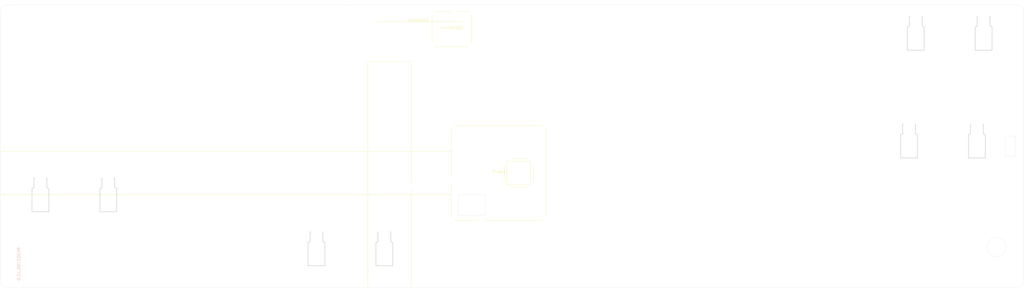
<source format=kicad_pcb>
(kicad_pcb (version 20241229) (generator "pcbnew") (generator_version "9.0")
  (layers (0 "F.Cu" signal) (2 "B.Cu" signal) (13 "F.Paste" user) (15 "B.Paste" user) (5 "F.SilkS" user "F.Silkscreen") (7 "B.SilkS" user "B.Silkscreen") (1 "F.Mask" user) (3 "B.Mask" user) (25 "Edge.Cuts" user))
  (net 0 "")
  (footprint "kbd_Hole:m2_Screw_Hole" (layer "F.Cu") (at 90.4875 95.25)
    (property "Reference" "Ref**")
    (property "Value" "Val**")
    (pad "" np_thru_hole circle (at 0 0) (size 2.2 2.2) (drill 2.2) (layers "*.Cu" "*.Mask"))
  )
  (footprint "kbd_Hole:m2_Screw_Hole" (layer "F.Cu") (at 209.55 95.25)
    (property "Reference" "Ref**" (hide yes))
    (property "Value" "Picot3R" (hide yes))
    (pad "" np_thru_hole circle (at 0 0) (size 2.2 2.2) (drill 2.2) (layers "*.Cu" "*.Mask"))
  )
  (footprint "kbd_Hole:m2_Screw_Hole" (layer "F.Cu") (at 376.2375 190.5)
    (property "Reference" "Ref**")
    (property "Value" "Val**")
    (pad "" np_thru_hole circle (at 0 0) (size 2.2 2.2) (drill 2.2) (layers "*.Cu" "*.Mask"))
  )
  (footprint "Rikkodo_FootPrint:rkd_unified_sq_BTM" (layer "F.Cu") (at 176.35625 101.5)
    (property "Reference" "UnifiedSQ2" (at 0 -0.5 0) (layer "F.SilkS") (effects (font (thickness 0.1))))
    (property "Value" "rkd_unified_sq_BTM" (hide yes))
    (fp_line (start -7 -6.25) (end -7 6.25) (stroke (width 0.1)) (layer "F.SilkS"))
    (fp_line (start -7 -6.25) (end 7 -6.25) (stroke (width 0.1)) (layer "F.SilkS"))
    (fp_line (start -7 6.25) (end 7 6.25) (stroke (width 0.1)) (layer "F.SilkS"))
    (fp_line (start 7 -6.25) (end 7 6.25) (stroke (width 0.1)) (layer "F.SilkS"))
    (pad "" np_thru_hole circle (at -7 -6.25) (size 2.2 2.2) (drill 2.2) (layers "*.Cu" "*.Mask"))
    (pad "" np_thru_hole circle (at -7 6.25) (size 2.2 2.2) (drill 2.2) (layers "*.Cu" "*.Mask"))
    (pad "" np_thru_hole circle (at 7 -6.25) (size 2.2 2.2) (drill 2.2) (layers "*.Cu" "*.Mask"))
    (pad "" np_thru_hole circle (at 7 6.25) (size 2.2 2.2) (drill 2.2) (layers "*.Cu" "*.Mask"))
  )
  (footprint "kbd_Hole:m2_Screw_Hole" (layer "F.Cu") (at 140.49375 95.25)
    (property "Reference" "Ref**" (hide yes))
    (property "Value" "")
    (pad "" np_thru_hole circle (at 0 0) (size 2.2 2.2) (drill 2.2) (layers "*.Cu" "*.Mask"))
  )
  (footprint "Rikkodo_FootPrint:rkd_Bot_ChocV2_2u" (layer "F.Cu") (at 350.04375 142.875)
    (property "Reference" "SW1" (hide yes))
    (property "Value" "SW_PUSH" (hide yes))
    (fp_line (start -14.975 -3.975) (end -14.975 4.175) (stroke (width 0.2)) (layer "Edge.Cuts"))
    (fp_line (start -14.275 -7.725) (end -9.725 -7.725) (stroke (width 0.2)) (layer "Edge.Cuts"))
    (fp_line (start -14.275 -4.375) (end -14.975 -3.975) (stroke (width 0.2)) (layer "Edge.Cuts"))
    (fp_line (start -14.275 -4.375) (end -14.275 -7.725) (stroke (width 0.2)) (layer "Edge.Cuts"))
    (fp_line (start -9.725 -4.375) (end -9.725 -7.725) (stroke (width 0.2)) (layer "Edge.Cuts"))
    (fp_line (start -9.725 -4.375) (end -9.025 -3.975) (stroke (width 0.2)) (layer "Edge.Cuts"))
    (fp_line (start -9.025 -3.975) (end -9.025 4.175) (stroke (width 0.2)) (layer "Edge.Cuts"))
    (fp_line (start -9.025 4.175) (end -14.975 4.175) (stroke (width 0.2)) (layer "Edge.Cuts"))
    (fp_line (start 9.025 -3.975) (end 9.025 4.175) (stroke (width 0.2)) (layer "Edge.Cuts"))
    (fp_line (start 9.725 -7.725) (end 14.275 -7.725) (stroke (width 0.2)) (layer "Edge.Cuts"))
    (fp_line (start 9.725 -4.375) (end 9.025 -3.975) (stroke (width 0.2)) (layer "Edge.Cuts"))
    (fp_line (start 9.725 -4.375) (end 9.725 -7.725) (stroke (width 0.2)) (layer "Edge.Cuts"))
    (fp_line (start 14.275 -4.375) (end 14.275 -7.725) (stroke (width 0.2)) (layer "Edge.Cuts"))
    (fp_line (start 14.275 -4.375) (end 14.975 -3.975) (stroke (width 0.2)) (layer "Edge.Cuts"))
    (fp_line (start 14.975 -3.975) (end 14.975 4.175) (stroke (width 0.2)) (layer "Edge.Cuts"))
    (fp_line (start 14.975 4.175) (end 9.025 4.175) (stroke (width 0.2)) (layer "Edge.Cuts"))
  )
  (footprint "kbd_Hole:m2_Screw_Hole" (layer "F.Cu") (at 161.925128 105.965705)
    (property "Reference" "Ref**")
    (property "Value" "Val**")
    (pad "" np_thru_hole circle (at 0 0) (size 2.2 2.2) (drill 2.2) (layers "*.Cu" "*.Mask"))
  )
  (footprint "Rikkodo_FootPrint:rkd_Bot_ChocV2_2u" (layer "F.Cu") (at 352.425 104.775)
    (property "Reference" "SW1" (hide yes))
    (property "Value" "SW_PUSH" (hide yes))
    (fp_line (start -14.975 -3.975) (end -14.975 4.175) (stroke (width 0.2)) (layer "Edge.Cuts"))
    (fp_line (start -14.275 -7.725) (end -9.725 -7.725) (stroke (width 0.2)) (layer "Edge.Cuts"))
    (fp_line (start -14.275 -4.375) (end -14.975 -3.975) (stroke (width 0.2)) (layer "Edge.Cuts"))
    (fp_line (start -14.275 -4.375) (end -14.275 -7.725) (stroke (width 0.2)) (layer "Edge.Cuts"))
    (fp_line (start -9.725 -4.375) (end -9.725 -7.725) (stroke (width 0.2)) (layer "Edge.Cuts"))
    (fp_line (start -9.725 -4.375) (end -9.025 -3.975) (stroke (width 0.2)) (layer "Edge.Cuts"))
    (fp_line (start -9.025 -3.975) (end -9.025 4.175) (stroke (width 0.2)) (layer "Edge.Cuts"))
    (fp_line (start -9.025 4.175) (end -14.975 4.175) (stroke (width 0.2)) (layer "Edge.Cuts"))
    (fp_line (start 9.025 -3.975) (end 9.025 4.175) (stroke (width 0.2)) (layer "Edge.Cuts"))
    (fp_line (start 9.725 -7.725) (end 14.275 -7.725) (stroke (width 0.2)) (layer "Edge.Cuts"))
    (fp_line (start 9.725 -4.375) (end 9.025 -3.975) (stroke (width 0.2)) (layer "Edge.Cuts"))
    (fp_line (start 9.725 -4.375) (end 9.725 -7.725) (stroke (width 0.2)) (layer "Edge.Cuts"))
    (fp_line (start 14.275 -4.375) (end 14.275 -7.725) (stroke (width 0.2)) (layer "Edge.Cuts"))
    (fp_line (start 14.275 -4.375) (end 14.975 -3.975) (stroke (width 0.2)) (layer "Edge.Cuts"))
    (fp_line (start 14.975 -3.975) (end 14.975 4.175) (stroke (width 0.2)) (layer "Edge.Cuts"))
    (fp_line (start 14.975 4.175) (end 9.025 4.175) (stroke (width 0.2)) (layer "Edge.Cuts"))
  )
  (footprint "kbd_Hole:m2_Screw_Hole" (layer "F.Cu") (at 19.05 190.5)
    (property "Reference" "Ref**")
    (property "Value" "Val**" (hide yes))
    (pad "" np_thru_hole circle (at 0 0) (size 2.2 2.2) (drill 2.2) (layers "*.Cu" "*.Mask"))
  )
  (footprint "kbd_Hole:m2_Screw_Hole" (layer "F.Cu") (at 187 169.06875)
    (property "Reference" "Ref**" (hide yes))
    (property "Value" "" (hide yes))
    (pad "" np_thru_hole circle (at 0 0) (size 2.2 2.2) (drill 2.2) (layers "*.Cu" "*.Mask"))
  )
  (footprint "kbd_Hole:m2_Screw_Hole" (layer "F.Cu") (at 177.403014 95.250089)
    (property "Reference" "M6" (hide yes))
    (property "Value" "Mark" (hide yes))
    (pad "" np_thru_hole circle (at 0 0) (size 2.2 2.2) (drill 2.2) (layers "*.Cu" "*.Mask"))
  )
  (footprint "kbd_Parts:Stab_2u_BL" (layer "F.Cu") (at 140.4938 180.975025 180)
    (property "Reference" "SW25" (hide yes))
    (property "Value" "SW_Push" (hide yes))
    (pad "" np_thru_hole circle (at -11.938 -6.985) (size 3.048 3.048) (drill 3.048) (layers "*.Cu" "*.Mask"))
    (pad "" np_thru_hole circle (at -11.938 8.255) (size 3.9878 3.9878) (drill 3.9878) (layers "*.Cu" "*.Mask"))
    (pad "" np_thru_hole circle (at 11.938 -6.985) (size 3.048 3.048) (drill 3.048) (layers "*.Cu" "*.Mask"))
    (pad "" np_thru_hole circle (at 11.938 8.255) (size 3.9878 3.9878) (drill 3.9878) (layers "*.Cu" "*.Mask"))
  )
  (footprint "kbd_Parts:Stab_2u_BL" (layer "F.Cu") (at 42.8625 161.925025 180)
    (property "Reference" "SW4" (hide yes))
    (property "Value" "SW_Push" (hide yes))
    (pad "" np_thru_hole circle (at -11.938 -6.985) (size 3.048 3.048) (drill 3.048) (layers "*.Cu" "*.Mask"))
    (pad "" np_thru_hole circle (at -11.938 8.255) (size 3.9878 3.9878) (drill 3.9878) (layers "*.Cu" "*.Mask"))
    (pad "" np_thru_hole circle (at 11.938 -6.985) (size 3.048 3.048) (drill 3.048) (layers "*.Cu" "*.Mask"))
    (pad "" np_thru_hole circle (at 11.938 8.255) (size 3.9878 3.9878) (drill 3.9878) (layers "*.Cu" "*.Mask"))
  )
  (footprint "kbd_Hole:m2_Screw_Hole" (layer "F.Cu") (at 304.8 133.35)
    (property "Reference" "Ref**")
    (property "Value" "Val**")
    (pad "" np_thru_hole circle (at 0 0) (size 2.2 2.2) (drill 2.2) (layers "*.Cu" "*.Mask"))
  )
  (footprint "kbd_Hole:m2_Screw_Hole" (layer "F.Cu") (at 226.21875 190.5)
    (property "Reference" "Ref**")
    (property "Value" "Val**")
    (pad "" np_thru_hole circle (at 0 0) (size 2.2 2.2) (drill 2.2) (layers "*.Cu" "*.Mask"))
  )
  (footprint "kbd_Hole:m2_Screw_Hole" (layer "F.Cu") (at 271.4625 152.4)
    (property "Reference" "Ref**")
    (property "Value" "Val**")
    (pad "" np_thru_hole circle (at 0 0) (size 2.2 2.2) (drill 2.2) (layers "*.Cu" "*.Mask"))
  )
  (footprint "kbd_Hole:m2_Screw_Hole" (layer "F.Cu") (at 164.30625 190.5)
    (property "Reference" "Ref**")
    (property "Value" "Val**")
    (pad "" np_thru_hole circle (at 0 0) (size 2.2 2.2) (drill 2.2) (layers "*.Cu" "*.Mask"))
  )
  (footprint "kbd_Hole:m2_Screw_Hole" (layer "F.Cu") (at 195.2625 107.15625)
    (property "Reference" "M2")
    (property "Value" "Mark")
    (pad "" np_thru_hole circle (at 0 0) (size 2.2 2.2) (drill 2.2) (layers "*.Cu" "*.Mask"))
  )
  (footprint "kbd_Hole:m2_Screw_Hole" (layer "F.Cu") (at 295.275 190.5)
    (property "Reference" "Ref**")
    (property "Value" "Val**")
    (pad "" np_thru_hole circle (at 0 0) (size 2.2 2.2) (drill 2.2) (layers "*.Cu" "*.Mask"))
  )
  (footprint "kbd_Hole:m2_Screw_Hole" (layer "F.Cu") (at 202.40625 95.25)
    (property "Reference" "Ref**" (hide yes))
    (property "Value" "Picot3R")
    (pad "" np_thru_hole circle (at 0 0) (size 2.2 2.2) (drill 2.2) (layers "*.Cu" "*.Mask"))
  )
  (footprint "Rikkodo_FootPrint:rkd_SekiBall_ScrewHall" (layer "F.Cu") (at 200.025168 152.400128)
    (property "Reference" "REF**" (hide yes))
    (property "Value" "rkd_SekiBall_ScrewHall")
    (fp_line (start -4.2 -5.1) (end 4.2 -5.1) (stroke (width 0.1)) (layer "F.SilkS"))
    (fp_line (start -4.2 5.1) (end -4.2 -5.1) (stroke (width 0.1)) (layer "F.SilkS"))
    (fp_line (start -4.2 5.1) (end 4.2 5.1) (stroke (width 0.1)) (layer "F.SilkS"))
    (fp_line (start 4.2 -5.1) (end 4.2 5.1) (stroke (width 0.1)) (layer "F.SilkS"))
    (pad "" np_thru_hole oval (at -4.2 -5.1) (size 2.4 1.6) (drill oval 2.4 1.6) (layers "*.Cu" "*.Mask"))
    (pad "" np_thru_hole oval (at -4.2 5.1) (size 2.4 1.6) (drill oval 2.4 1.6) (layers "*.Cu" "*.Mask"))
    (pad "" np_thru_hole oval (at 4.2 -5.1) (size 2.4 1.6) (drill oval 2.4 1.6) (layers "*.Cu" "*.Mask"))
    (pad "" np_thru_hole oval (at 4.2 5.1) (size 2.4 1.6) (drill oval 2.4 1.6) (layers "*.Cu" "*.Mask"))
  )
  (footprint "kbd_Parts:Stab_2u_BL" (layer "F.Cu") (at 350.0438 142.875025 180)
    (property "Reference" "SW83" (hide yes))
    (property "Value" "SW_Push" (hide yes))
    (pad "" np_thru_hole circle (at -11.938 -6.985) (size 3.048 3.048) (drill 3.048) (layers "*.Cu" "*.Mask"))
    (pad "" np_thru_hole circle (at -11.938 8.255) (size 3.9878 3.9878) (drill 3.9878) (layers "*.Cu" "*.Mask"))
    (pad "" np_thru_hole circle (at 11.938 -6.985) (size 3.048 3.048) (drill 3.048) (layers "*.Cu" "*.Mask"))
    (pad "" np_thru_hole circle (at 11.938 8.255) (size 3.9878 3.9878) (drill 3.9878) (layers "*.Cu" "*.Mask"))
  )
  (footprint "kbd_Hole:m2_Screw_Hole" (layer "F.Cu") (at 152.400112 95.25008)
    (property "Reference" "Ref**" (hide yes))
    (property "Value" "RP-L")
    (pad "" np_thru_hole circle (at 0 0) (size 2.2 2.2) (drill 2.2) (layers "*.Cu" "*.Mask"))
  )
  (footprint "kbd_Hole:m2_Screw_Hole" (layer "F.Cu") (at 304.8 95.25)
    (property "Reference" "Ref**")
    (property "Value" "Val**")
    (pad "" np_thru_hole circle (at 0 0) (size 2.2 2.2) (drill 2.2) (layers "*.Cu" "*.Mask"))
  )
  (footprint "kbd_Hole:m2_Screw_Hole" (layer "F.Cu") (at 133.35 95.25)
    (property "Reference" "Ref**" (hide yes))
    (property "Value" "" (hide yes))
    (pad "" np_thru_hole circle (at 0 0) (size 2.2 2.2) (drill 2.2) (layers "*.Cu" "*.Mask"))
  )
  (footprint "kbd_Hole:m2_Screw_Hole" (layer "F.Cu") (at 247.65 95.25)
    (property "Reference" "Ref**")
    (property "Value" "Val**")
    (pad "" np_thru_hole circle (at 0 0) (size 2.2 2.2) (drill 2.2) (layers "*.Cu" "*.Mask"))
  )
  (footprint "kbd_Hole:m2_Screw_Hole" (layer "F.Cu") (at 178.59375 190.5)
    (property "Reference" "Ref**")
    (property "Value" "Val**")
    (pad "" np_thru_hole circle (at 0 0) (size 2.2 2.2) (drill 2.2) (layers "*.Cu" "*.Mask"))
  )
  (footprint "kbd_Hole:m2_Screw_Hole" (layer "F.Cu") (at 165.496764 95.250089)
    (property "Reference" "M4" (hide yes))
    (property "Value" "Mark" (hide yes))
    (pad "" np_thru_hole circle (at 0 0) (size 2.2 2.2) (drill 2.2) (layers "*.Cu" "*.Mask"))
  )
  (footprint "Rikkodo_FootPrint:rkd_SekiBall_ScrewHall" (layer "F.Cu") (at 200.025168 152.400128 90)
    (property "Reference" "REF**" (hide yes))
    (property "Value" "rkd_SekiBall_ScrewHall")
    (fp_line (start 4.2 -5.1) (end 4.2 5.1) (stroke (width 0.1)) (layer "F.SilkS"))
    (fp_line (start -4.2 -5.1) (end 4.2 -5.1) (stroke (width 0.1)) (layer "F.SilkS"))
    (fp_line (start -4.2 5.1) (end -4.2 -5.1) (stroke (width 0.1)) (layer "F.SilkS"))
    (fp_line (start -4.2 5.1) (end 4.2 5.1) (stroke (width 0.1)) (layer "F.SilkS"))
    (pad "" np_thru_hole oval (at -4.2 -5.1 90) (size 2.4 1.6) (drill oval 2.4 1.6) (layers "*.Cu" "*.Mask"))
    (pad "" np_thru_hole oval (at -4.2 5.1 90) (size 2.4 1.6) (drill oval 2.4 1.6) (layers "*.Cu" "*.Mask"))
    (pad "" np_thru_hole oval (at 4.2 -5.1 90) (size 2.4 1.6) (drill oval 2.4 1.6) (layers "*.Cu" "*.Mask"))
    (pad "" np_thru_hole oval (at 4.2 5.1 90) (size 2.4 1.6) (drill oval 2.4 1.6) (layers "*.Cu" "*.Mask"))
  )
  (footprint "kbd_Hole:m2_Screw_Hole" (layer "F.Cu") (at 95.25 190.5)
    (property "Reference" "Ref**")
    (property "Value" "Val**")
    (pad "" np_thru_hole circle (at 0 0) (size 2.2 2.2) (drill 2.2) (layers "*.Cu" "*.Mask"))
  )
  (footprint "Rikkodo_FootPrint:rkd_picot5400_BTM" (layer "F.Cu") (at 192.88125 152.4)
    (property "Reference" "Picot3" (at 0 -0.5 0) (layer "F.SilkS") (effects (font (thickness 0.1))))
    (property "Value" "rkd_picot5400_BTM" (hide yes))
    (fp_line (start -16.75 -16.75) (end -16.75 16.75) (stroke (width 0.1)) (layer "F.SilkS"))
    (fp_line (start -16.75 -16.75) (end 16.75 -16.75) (stroke (width 0.1)) (layer "F.SilkS"))
    (fp_line (start -16.75 16.75) (end 16.75 16.75) (stroke (width 0.1)) (layer "F.SilkS"))
    (fp_line (start 16.75 16.75) (end 16.75 -16.75) (stroke (width 0.1)) (layer "F.SilkS"))
    (pad "" np_thru_hole circle (at -16.75 -16.75) (size 2.2 2.2) (drill 2.2) (layers "*.Cu" "*.Mask"))
    (pad "" np_thru_hole circle (at -16.75 16.75) (size 2.2 2.2) (drill 2.2) (layers "*.Cu" "*.Mask"))
    (pad "" np_thru_hole circle (at 16.75 -16.75) (size 2.2 2.2) (drill 2.2) (layers "*.Cu" "*.Mask"))
    (pad "" np_thru_hole circle (at 16.75 16.75) (size 2.2 2.2) (drill 2.2) (layers "*.Cu" "*.Mask"))
  )
  (footprint "Rikkodo_FootPrint:rkd_Point_Screw_Hall" (layer "F.Cu") (at 200.025 152.4)
    (property "Reference" "M2" (hide yes))
    (property "Value" "Mark" (hide yes))
    (pad "" np_thru_hole circle (at -7.25 -12) (size 2.2 2.2) (drill 2.2) (layers "*.Cu" "*.Mask"))
    (pad "" np_thru_hole circle (at -7.25 12) (size 2.2 2.2) (drill 2.2) (layers "*.Cu" "*.Mask"))
    (pad "" np_thru_hole circle (at 7.25 -12) (size 2.2 2.2) (drill 2.2) (layers "*.Cu" "*.Mask"))
    (pad "" np_thru_hole circle (at 7.25 12) (size 2.2 2.2) (drill 2.2) (layers "*.Cu" "*.Mask"))
  )
  (footprint "kbd_Hole:m2_Screw_Hole" (layer "F.Cu") (at 376.2375 95.25)
    (property "Reference" "Ref**")
    (property "Value" "Val**")
    (pad "" np_thru_hole circle (at 0 0) (size 2.2 2.2) (drill 2.2) (layers "*.Cu" "*.Mask"))
  )
  (footprint "Rikkodo_FootPrint:rkd_Guard_Screw_Hall" (layer "F.Cu") (at 171.45 125.0156 -90)
    (property "Reference" "M1" (hide yes))
    (property "Value" "Mark" (hide yes))
    (pad "" np_thru_hole circle (at 29.765625 -4.7625 270) (size 2.2 2.2) (drill 2.2) (layers "*.Cu" "*.Mask"))
    (pad "" np_thru_hole circle (at 29.765625 4.7625 270) (size 2.2 2.2) (drill 2.2) (layers "*.Cu" "*.Mask"))
  )
  (footprint "kbd_Parts:Stab_2u_BL" (layer "F.Cu") (at 352.425 104.775025 180)
    (property "Reference" "SW86" (hide yes))
    (property "Value" "SW_Push" (hide yes))
    (pad "" np_thru_hole circle (at -11.938 -6.985) (size 3.048 3.048) (drill 3.048) (layers "*.Cu" "*.Mask"))
    (pad "" np_thru_hole circle (at -11.938 8.255) (size 3.9878 3.9878) (drill 3.9878) (layers "*.Cu" "*.Mask"))
    (pad "" np_thru_hole circle (at 11.938 -6.985) (size 3.048 3.048) (drill 3.048) (layers "*.Cu" "*.Mask"))
    (pad "" np_thru_hole circle (at 11.938 8.255) (size 3.9878 3.9878) (drill 3.9878) (layers "*.Cu" "*.Mask"))
  )
  (footprint "Rikkodo_FootPrint:rkd_Bot_ChocV2_2u" (layer "F.Cu") (at 42.8625 161.925)
    (property "Reference" "SW1" (hide yes))
    (property "Value" "SW_PUSH" (hide yes))
    (fp_line (start -14.975 -3.975) (end -14.975 4.175) (stroke (width 0.2)) (layer "Edge.Cuts"))
    (fp_line (start -14.275 -7.725) (end -9.725 -7.725) (stroke (width 0.2)) (layer "Edge.Cuts"))
    (fp_line (start -14.275 -4.375) (end -14.975 -3.975) (stroke (width 0.2)) (layer "Edge.Cuts"))
    (fp_line (start -14.275 -4.375) (end -14.275 -7.725) (stroke (width 0.2)) (layer "Edge.Cuts"))
    (fp_line (start -9.725 -4.375) (end -9.725 -7.725) (stroke (width 0.2)) (layer "Edge.Cuts"))
    (fp_line (start -9.725 -4.375) (end -9.025 -3.975) (stroke (width 0.2)) (layer "Edge.Cuts"))
    (fp_line (start -9.025 -3.975) (end -9.025 4.175) (stroke (width 0.2)) (layer "Edge.Cuts"))
    (fp_line (start -9.025 4.175) (end -14.975 4.175) (stroke (width 0.2)) (layer "Edge.Cuts"))
    (fp_line (start 9.025 -3.975) (end 9.025 4.175) (stroke (width 0.2)) (layer "Edge.Cuts"))
    (fp_line (start 9.725 -7.725) (end 14.275 -7.725) (stroke (width 0.2)) (layer "Edge.Cuts"))
    (fp_line (start 9.725 -4.375) (end 9.025 -3.975) (stroke (width 0.2)) (layer "Edge.Cuts"))
    (fp_line (start 9.725 -4.375) (end 9.725 -7.725) (stroke (width 0.2)) (layer "Edge.Cuts"))
    (fp_line (start 14.275 -4.375) (end 14.275 -7.725) (stroke (width 0.2)) (layer "Edge.Cuts"))
    (fp_line (start 14.275 -4.375) (end 14.975 -3.975) (stroke (width 0.2)) (layer "Edge.Cuts"))
    (fp_line (start 14.975 -3.975) (end 14.975 4.175) (stroke (width 0.2)) (layer "Edge.Cuts"))
    (fp_line (start 14.975 4.175) (end 9.025 4.175) (stroke (width 0.2)) (layer "Edge.Cuts"))
  )
  (footprint "Rikkodo_FootPrint:rkd_unified_wid_BTM" (layer "F.Cu") (at 164.475 98.821875)
    (property "Reference" "UnifiedW2" (at 0 -0.5 0) (layer "F.SilkS") (effects (font (thickness 0.1))))
    (property "Value" "rkd_unified_wid_BTM" (hide yes))
    (fp_line (start 16.5 0) (end -16.5 0) (stroke (width 0.1)) (layer "F.SilkS"))
    (pad "" np_thru_hole circle (at -16.5 0) (size 2.2 2.2) (drill 2.2) (layers "*.Cu" "*.Mask"))
    (pad "" np_thru_hole circle (at 16.5 0) (size 2.2 2.2) (drill 2.2) (layers "*.Cu" "*.Mask"))
  )
  (footprint "" (layer "F.Cu") (at 140.49375 95.25)
    (property "Reference" "" (at 0 0 0) (layer "F.SilkS") (effects (font (size 1.27 1.27))))
    (property "Value" "")
    (pad "" np_thru_hole circle (at 0 0) (size 2.2 2.2) (drill 2.2) (layers "*.Cu" "*.Mask"))
  )
  (footprint "kbd_Hole:m2_Screw_Hole" (layer "F.Cu") (at 161.925128 157.16258)
    (property "Reference" "Ref**")
    (property "Value" "Val**")
    (pad "" np_thru_hole circle (at 0 0) (size 2.2 2.2) (drill 2.2) (layers "*.Cu" "*.Mask"))
  )
  (footprint "kbd_Hole:m2_Screw_Hole" (layer "F.Cu") (at 180.975128 105.965705)
    (property "Reference" "Ref**")
    (property "Value" "Val**")
    (pad "" np_thru_hole circle (at 0 0) (size 2.2 2.2) (drill 2.2) (layers "*.Cu" "*.Mask"))
  )
  (footprint "kbd_Hole:m2_Screw_Hole" (layer "F.Cu") (at 19.05 95.25)
    (property "Reference" "Ref**")
    (property "Value" "Val**")
    (pad "" np_thru_hole circle (at 0 0) (size 2.2 2.2) (drill 2.2) (layers "*.Cu" "*.Mask"))
  )
  (footprint "Rikkodo_FootPrint:rkd_Bot_ChocV2_2u" (layer "F.Cu") (at 140.49375 180.975)
    (property "Reference" "SW1" (hide yes))
    (property "Value" "SW_PUSH" (hide yes))
    (fp_line (start -14.975 -3.975) (end -14.975 4.175) (stroke (width 0.2)) (layer "Edge.Cuts"))
    (fp_line (start -14.275 -7.725) (end -9.725 -7.725) (stroke (width 0.2)) (layer "Edge.Cuts"))
    (fp_line (start -14.275 -4.375) (end -14.975 -3.975) (stroke (width 0.2)) (layer "Edge.Cuts"))
    (fp_line (start -14.275 -4.375) (end -14.275 -7.725) (stroke (width 0.2)) (layer "Edge.Cuts"))
    (fp_line (start -9.725 -4.375) (end -9.725 -7.725) (stroke (width 0.2)) (layer "Edge.Cuts"))
    (fp_line (start -9.725 -4.375) (end -9.025 -3.975) (stroke (width 0.2)) (layer "Edge.Cuts"))
    (fp_line (start -9.025 -3.975) (end -9.025 4.175) (stroke (width 0.2)) (layer "Edge.Cuts"))
    (fp_line (start -9.025 4.175) (end -14.975 4.175) (stroke (width 0.2)) (layer "Edge.Cuts"))
    (fp_line (start 9.025 -3.975) (end 9.025 4.175) (stroke (width 0.2)) (layer "Edge.Cuts"))
    (fp_line (start 9.725 -7.725) (end 14.275 -7.725) (stroke (width 0.2)) (layer "Edge.Cuts"))
    (fp_line (start 9.725 -4.375) (end 9.025 -3.975) (stroke (width 0.2)) (layer "Edge.Cuts"))
    (fp_line (start 9.725 -4.375) (end 9.725 -7.725) (stroke (width 0.2)) (layer "Edge.Cuts"))
    (fp_line (start 14.275 -4.375) (end 14.275 -7.725) (stroke (width 0.2)) (layer "Edge.Cuts"))
    (fp_line (start 14.275 -4.375) (end 14.975 -3.975) (stroke (width 0.2)) (layer "Edge.Cuts"))
    (fp_line (start 14.975 -3.975) (end 14.975 4.175) (stroke (width 0.2)) (layer "Edge.Cuts"))
    (fp_line (start 14.975 4.175) (end 9.025 4.175) (stroke (width 0.2)) (layer "Edge.Cuts"))
  )
  (footprint "kbd_Hole:m2_Screw_Hole" (layer "F.Cu") (at 114.3 152.4)
    (property "Reference" "Ref**")
    (property "Value" "Val**")
    (pad "" np_thru_hole circle (at 0 0) (size 2.2 2.2) (drill 2.2) (layers "*.Cu" "*.Mask"))
  )
  (footprint "kbd_Hole:m2_Screw_Hole" (layer "F.Cu") (at 71.4375 133.35)
    (property "Reference" "Ref**")
    (property "Value" "Val**")
    (pad "" np_thru_hole circle (at 0 0) (size 2.2 2.2) (drill 2.2) (layers "*.Cu" "*.Mask"))
  )
  (footprint "kbd_Hole:m2_Screw_Hole" (layer "F.Cu") (at 190.5 95.25)
    (property "Reference" "Ref**" (hide yes))
    (property "Value" "RP-R")
    (pad "" np_thru_hole circle (at 0 0) (size 2.2 2.2) (drill 2.2) (layers "*.Cu" "*.Mask"))
  )
  (gr_line (start 161.990866 113.00008) (end 161.990754 192.88125) (stroke (width 0.1)) (layer "F.SilkS"))
  (gr_line (start 146.690866 113.00008) (end 161.990866 113.00008) (stroke (width 0.1)) (layer "F.SilkS"))
  (gr_line (start 176.13125 160.05) (end 16.66875 160.05) (stroke (width 0.1)) (layer "F.SilkS"))
  (gr_line (start 176.13125 144.75) (end 16.66875 144.75) (stroke (width 0.1)) (layer "F.SilkS"))
  (gr_line (start 146.690866 113.00008) (end 146.690754 192.88125) (stroke (width 0.1)) (layer "F.SilkS"))
  (gr_line (start 372.070625 139.303242) (end 375.642503 139.303242) (stroke (width 0.05)) (layer "Edge.Cuts"))
  (gr_arc (start 376.2375 92.86875) (mid 377.921298 93.566202) (end 378.61875 95.25) (stroke (width 0.05)) (layer "Edge.Cuts"))
  (gr_line (start 378.61875 190.5) (end 378.61875 95.25) (stroke (width 0.05)) (layer "Edge.Cuts"))
  (gr_line (start 16.66875 95.25) (end 16.66875 190.5) (stroke (width 0.05)) (layer "Edge.Cuts"))
  (gr_line (start 188.11875 167.282953) (end 178.59375 167.282953) (stroke (width 0.05)) (layer "Edge.Cuts"))
  (gr_arc (start 16.66875 95.25) (mid 17.366202 93.566202) (end 19.05 92.86875) (stroke (width 0.05)) (layer "Edge.Cuts"))
  (gr_line (start 178.59375 167.282953) (end 178.5939 160.139197) (stroke (width 0.05)) (layer "Edge.Cuts"))
  (gr_line (start 375.642503 146.446998) (end 372.070625 146.446998) (stroke (width 0.05)) (layer "Edge.Cuts"))
  (gr_line (start 19.05 192.88125) (end 376.2375 192.88125) (stroke (width 0.05)) (layer "Edge.Cuts"))
  (gr_circle (center 369.09375 178.59375) (end 371.475 176.2125) (stroke (width 0.05)) (fill no) (layer "Edge.Cuts"))
  (gr_arc (start 19.05 192.88125) (mid 17.366202 192.183798) (end 16.66875 190.5) (stroke (width 0.05)) (layer "Edge.Cuts"))
  (gr_arc (start 378.61875 190.5) (mid 377.921298 192.183798) (end 376.2375 192.88125) (stroke (width 0.05)) (layer "Edge.Cuts"))
  (gr_line (start 375.642503 139.303242) (end 375.642503 146.446998) (stroke (width 0.05)) (layer "Edge.Cuts"))
  (gr_line (start 178.5939 160.139197) (end 188.1189 160.139197) (stroke (width 0.05)) (layer "Edge.Cuts"))
  (gr_line (start 372.070625 146.446998) (end 372.070625 139.303242) (stroke (width 0.05)) (layer "Edge.Cuts"))
  (gr_line (start 188.1189 160.139197) (end 188.11875 167.282953) (stroke (width 0.05)) (layer "Edge.Cuts"))
  (gr_line (start 19.05 92.86875) (end 376.2375 92.86875) (stroke (width 0.05)) (layer "Edge.Cuts"))
  (gr_text "RKD02/05_v1.0" (at 23.8125 178.59375 90) (layer "B.SilkS") (effects (font (size 1 1) (thickness 0.1)) (justify left bottom mirror)))
)
</source>
